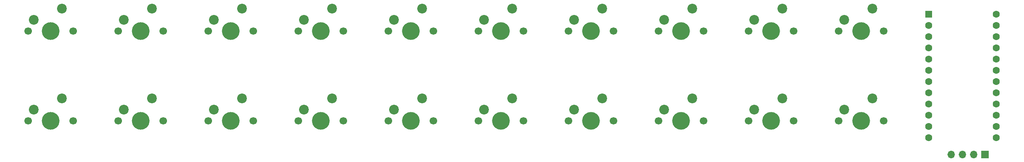
<source format=gbr>
%TF.GenerationSoftware,KiCad,Pcbnew,(6.0.5)*%
%TF.CreationDate,2022-05-21T19:41:19+01:00*%
%TF.ProjectId,ButterStick,42757474-6572-4537-9469-636b2e6b6963,rev?*%
%TF.SameCoordinates,Original*%
%TF.FileFunction,Soldermask,Top*%
%TF.FilePolarity,Negative*%
%FSLAX46Y46*%
G04 Gerber Fmt 4.6, Leading zero omitted, Abs format (unit mm)*
G04 Created by KiCad (PCBNEW (6.0.5)) date 2022-05-21 19:41:19*
%MOMM*%
%LPD*%
G01*
G04 APERTURE LIST*
%ADD10R,1.700000X1.700000*%
%ADD11O,1.700000X1.700000*%
%ADD12C,1.700000*%
%ADD13C,4.000000*%
%ADD14C,2.200000*%
%ADD15R,1.600000X1.600000*%
%ADD16C,1.600000*%
G04 APERTURE END LIST*
D10*
%TO.C,OLED*%
X246380000Y-68580000D03*
D11*
X243840000Y-68580000D03*
X241300000Y-68580000D03*
X238760000Y-68580000D03*
%TD*%
D12*
%TO.C,1x10S*%
X223520000Y-40640000D03*
X213360000Y-40640000D03*
D13*
X218440000Y-40640000D03*
D14*
X220980000Y-35560000D03*
X214630000Y-38100000D03*
%TD*%
D12*
%TO.C,2x7S*%
X162560000Y-60960000D03*
D13*
X157480000Y-60960000D03*
D12*
X152400000Y-60960000D03*
D14*
X160020000Y-55880000D03*
X153670000Y-58420000D03*
%TD*%
D12*
%TO.C,2x10S*%
X223520000Y-60960000D03*
X213360000Y-60960000D03*
D13*
X218440000Y-60960000D03*
D14*
X220980000Y-55880000D03*
X214630000Y-58420000D03*
%TD*%
D15*
%TO.C,REF\u002A\u002A*%
X233680000Y-36830000D03*
D16*
X233680000Y-39370000D03*
X233680000Y-41910000D03*
X233680000Y-44450000D03*
X233680000Y-46990000D03*
X233680000Y-49530000D03*
X233680000Y-52070000D03*
X233680000Y-54610000D03*
X233680000Y-57150000D03*
X233680000Y-59690000D03*
X233680000Y-62230000D03*
X233680000Y-64770000D03*
X248920000Y-64770000D03*
X248920000Y-62230000D03*
X248920000Y-59690000D03*
X248920000Y-57150000D03*
X248920000Y-54610000D03*
X248920000Y-52070000D03*
X248920000Y-49530000D03*
X248920000Y-46990000D03*
X248920000Y-44450000D03*
X248920000Y-41910000D03*
X248920000Y-39370000D03*
X248920000Y-36830000D03*
%TD*%
D14*
%TO.C,2x1S*%
X31750000Y-58420000D03*
X38100000Y-55880000D03*
D13*
X35560000Y-60960000D03*
D12*
X30480000Y-60960000D03*
X40640000Y-60960000D03*
%TD*%
D13*
%TO.C,2x4S*%
X96520000Y-60960000D03*
D12*
X101600000Y-60960000D03*
X91440000Y-60960000D03*
D14*
X99060000Y-55880000D03*
X92710000Y-58420000D03*
%TD*%
D12*
%TO.C,2x2S*%
X60960000Y-60960000D03*
D13*
X55880000Y-60960000D03*
D12*
X50800000Y-60960000D03*
D14*
X58420000Y-55880000D03*
X52070000Y-58420000D03*
%TD*%
D12*
%TO.C,2x3S*%
X71120000Y-60960000D03*
D13*
X76200000Y-60960000D03*
D12*
X81280000Y-60960000D03*
D14*
X78740000Y-55880000D03*
X72390000Y-58420000D03*
%TD*%
D12*
%TO.C,2x5S*%
X121920000Y-60960000D03*
X111760000Y-60960000D03*
D13*
X116840000Y-60960000D03*
D14*
X119380000Y-55880000D03*
X113030000Y-58420000D03*
%TD*%
D13*
%TO.C,2x9S*%
X198120000Y-60960000D03*
D12*
X203200000Y-60960000D03*
X193040000Y-60960000D03*
D14*
X200660000Y-55880000D03*
X194310000Y-58420000D03*
%TD*%
D12*
%TO.C,2x8S*%
X172720000Y-60960000D03*
D13*
X177800000Y-60960000D03*
D12*
X182880000Y-60960000D03*
D14*
X180340000Y-55880000D03*
X173990000Y-58420000D03*
%TD*%
D12*
%TO.C,2x6S*%
X142240000Y-60960000D03*
X132080000Y-60960000D03*
D13*
X137160000Y-60960000D03*
D14*
X139700000Y-55880000D03*
X133350000Y-58420000D03*
%TD*%
D12*
%TO.C,1x6S*%
X142240000Y-40640000D03*
X132080000Y-40640000D03*
D13*
X137160000Y-40640000D03*
D14*
X139700000Y-35560000D03*
X133350000Y-38100000D03*
%TD*%
D13*
%TO.C,1x9S*%
X198120000Y-40640000D03*
D12*
X203200000Y-40640000D03*
X193040000Y-40640000D03*
D14*
X200660000Y-35560000D03*
X194310000Y-38100000D03*
%TD*%
D12*
%TO.C,1x7S*%
X162560000Y-40640000D03*
D13*
X157480000Y-40640000D03*
D12*
X152400000Y-40640000D03*
D14*
X160020000Y-35560000D03*
X153670000Y-38100000D03*
%TD*%
D12*
%TO.C,1x8S*%
X172720000Y-40640000D03*
D13*
X177800000Y-40640000D03*
D12*
X182880000Y-40640000D03*
D14*
X180340000Y-35560000D03*
X173990000Y-38100000D03*
%TD*%
D13*
%TO.C,1x5S*%
X116840000Y-40640000D03*
D12*
X111760000Y-40640000D03*
X121920000Y-40640000D03*
D14*
X119380000Y-35560000D03*
X113030000Y-38100000D03*
%TD*%
D13*
%TO.C,1x4S*%
X96520000Y-40640000D03*
D12*
X91440000Y-40640000D03*
X101600000Y-40640000D03*
D14*
X99060000Y-35560000D03*
X92710000Y-38100000D03*
%TD*%
D13*
%TO.C,1x3S*%
X76200000Y-40640000D03*
D12*
X71120000Y-40640000D03*
X81280000Y-40640000D03*
D14*
X78740000Y-35560000D03*
X72390000Y-38100000D03*
%TD*%
D13*
%TO.C,1x2S*%
X55880000Y-40640000D03*
D12*
X50800000Y-40640000D03*
X60960000Y-40640000D03*
D14*
X58420000Y-35560000D03*
X52070000Y-38100000D03*
%TD*%
D13*
%TO.C,1x1S*%
X35560000Y-40640000D03*
D12*
X30480000Y-40640000D03*
X40640000Y-40640000D03*
D14*
X38100000Y-35560000D03*
X31750000Y-38100000D03*
%TD*%
M02*

</source>
